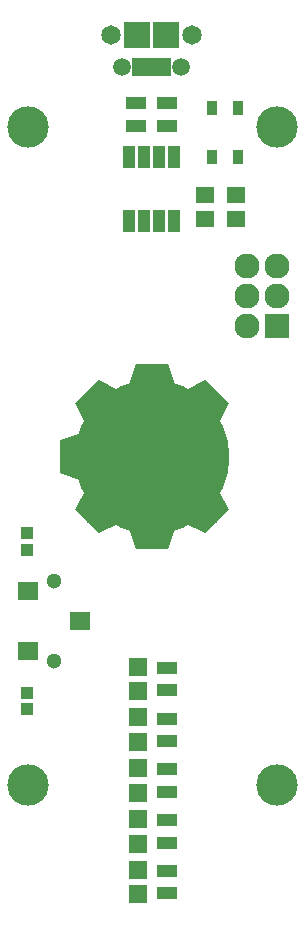
<source format=gts>
G04 #@! TF.GenerationSoftware,KiCad,Pcbnew,(2017-01-24 revision 0b6147e)-makepkg*
G04 #@! TF.CreationDate,2017-06-09T12:43:39-07:00*
G04 #@! TF.ProjectId,POVSpinner,504F565370696E6E65722E6B69636164,rev?*
G04 #@! TF.FileFunction,Soldermask,Top*
G04 #@! TF.FilePolarity,Negative*
%FSLAX46Y46*%
G04 Gerber Fmt 4.6, Leading zero omitted, Abs format (unit mm)*
G04 Created by KiCad (PCBNEW (2017-01-24 revision 0b6147e)-makepkg) date 06/09/17 12:43:39*
%MOMM*%
%LPD*%
G01*
G04 APERTURE LIST*
%ADD10C,0.100000*%
%ADD11R,1.000000X1.950000*%
%ADD12C,3.500000*%
%ADD13R,1.650000X1.400000*%
%ADD14R,1.100000X1.000000*%
%ADD15R,1.598880X1.598880*%
%ADD16R,1.700000X1.100000*%
%ADD17R,0.901700X1.303020*%
%ADD18R,1.800000X1.600000*%
%ADD19C,1.300000*%
%ADD20C,1.504000*%
%ADD21C,1.650006*%
%ADD22R,2.299920X2.299920*%
%ADD23R,0.652780X1.602740*%
%ADD24C,1.900000*%
%ADD25C,13.100000*%
%ADD26R,2.127200X2.127200*%
%ADD27O,2.127200X2.127200*%
G04 APERTURE END LIST*
D10*
D11*
X126405000Y-60700000D03*
X125135000Y-60700000D03*
X123865000Y-60700000D03*
X122595000Y-60700000D03*
X122595000Y-66100000D03*
X123865000Y-66100000D03*
X125135000Y-66100000D03*
X126405000Y-66100000D03*
D12*
X135155000Y-58200000D03*
X114045000Y-58200000D03*
X135155000Y-113900000D03*
X114045000Y-113900000D03*
D13*
X129050000Y-65930000D03*
X129050000Y-63930000D03*
X131630000Y-63920000D03*
X131630000Y-65920000D03*
D14*
X114000000Y-93950000D03*
X114000000Y-92550000D03*
X114000000Y-107450000D03*
X114000000Y-106050000D03*
D15*
X123400000Y-121050980D03*
X123400000Y-123149020D03*
X123400000Y-118849020D03*
X123400000Y-116750980D03*
X123400000Y-112450980D03*
X123400000Y-114549020D03*
X123400000Y-110249020D03*
X123400000Y-108150980D03*
X123400000Y-103850980D03*
X123400000Y-105949020D03*
D16*
X125800000Y-58050000D03*
X125800000Y-56150000D03*
X123200000Y-56150000D03*
X123200000Y-58050000D03*
X125800000Y-123050000D03*
X125800000Y-121150000D03*
X125800000Y-116850000D03*
X125800000Y-118750000D03*
X125800000Y-114450000D03*
X125800000Y-112550000D03*
X125800000Y-108250000D03*
X125800000Y-110150000D03*
X125800000Y-105850000D03*
X125800000Y-103950000D03*
D17*
X131814420Y-56547360D03*
X131814420Y-60692640D03*
X129665580Y-56547360D03*
X129665580Y-60692640D03*
D18*
X114042740Y-97493020D03*
X114042740Y-102493020D03*
X118442740Y-99993020D03*
D19*
X116242740Y-96593020D03*
X116242740Y-103393020D03*
D20*
X127002060Y-53070000D03*
X122002060Y-53070000D03*
D21*
X121070000Y-50400000D03*
X127930000Y-50400000D03*
D22*
X123301120Y-50395380D03*
X125698880Y-50395380D03*
D23*
X123202060Y-53070000D03*
X123852300Y-53070000D03*
X124500000Y-53070000D03*
X125147700Y-53070000D03*
X125797940Y-53070000D03*
D24*
X124550000Y-79222000D03*
D10*
G36*
X126577486Y-80172000D02*
X122522514Y-80172000D01*
X123155848Y-78272000D01*
X125944152Y-78272000D01*
X126577486Y-80172000D01*
X126577486Y-80172000D01*
G37*
D25*
X124550000Y-86080000D03*
D24*
X124550000Y-92938000D03*
D10*
G36*
X122522514Y-91988000D02*
X126577486Y-91988000D01*
X125944152Y-93888000D01*
X123155848Y-93888000D01*
X122522514Y-91988000D01*
X122522514Y-91988000D01*
G37*
D24*
X119724000Y-81254000D03*
D10*
G36*
X121829401Y-80492102D02*
X118962102Y-83359401D01*
X118066434Y-81568063D01*
X120038063Y-79596434D01*
X121829401Y-80492102D01*
X121829401Y-80492102D01*
G37*
D24*
X129376000Y-81254000D03*
D10*
G36*
X130137898Y-83359401D02*
X127270599Y-80492102D01*
X129061937Y-79596434D01*
X131033566Y-81568063D01*
X130137898Y-83359401D01*
X130137898Y-83359401D01*
G37*
D24*
X119724000Y-90906000D03*
D10*
G36*
X118962102Y-88800599D02*
X121829401Y-91667898D01*
X120038063Y-92563566D01*
X118066434Y-90591937D01*
X118962102Y-88800599D01*
X118962102Y-88800599D01*
G37*
D24*
X129376000Y-90906000D03*
D10*
G36*
X127270599Y-91667898D02*
X130137898Y-88800599D01*
X131033566Y-90591937D01*
X129061937Y-92563566D01*
X127270599Y-91667898D01*
X127270599Y-91667898D01*
G37*
D24*
X117692000Y-86080000D03*
D10*
G36*
X118642000Y-84052514D02*
X118642000Y-88107486D01*
X116742000Y-87474152D01*
X116742000Y-84685848D01*
X118642000Y-84052514D01*
X118642000Y-84052514D01*
G37*
D26*
X135090000Y-75050000D03*
D27*
X132550000Y-75050000D03*
X135090000Y-72510000D03*
X132550000Y-72510000D03*
X135090000Y-69970000D03*
X132550000Y-69970000D03*
M02*

</source>
